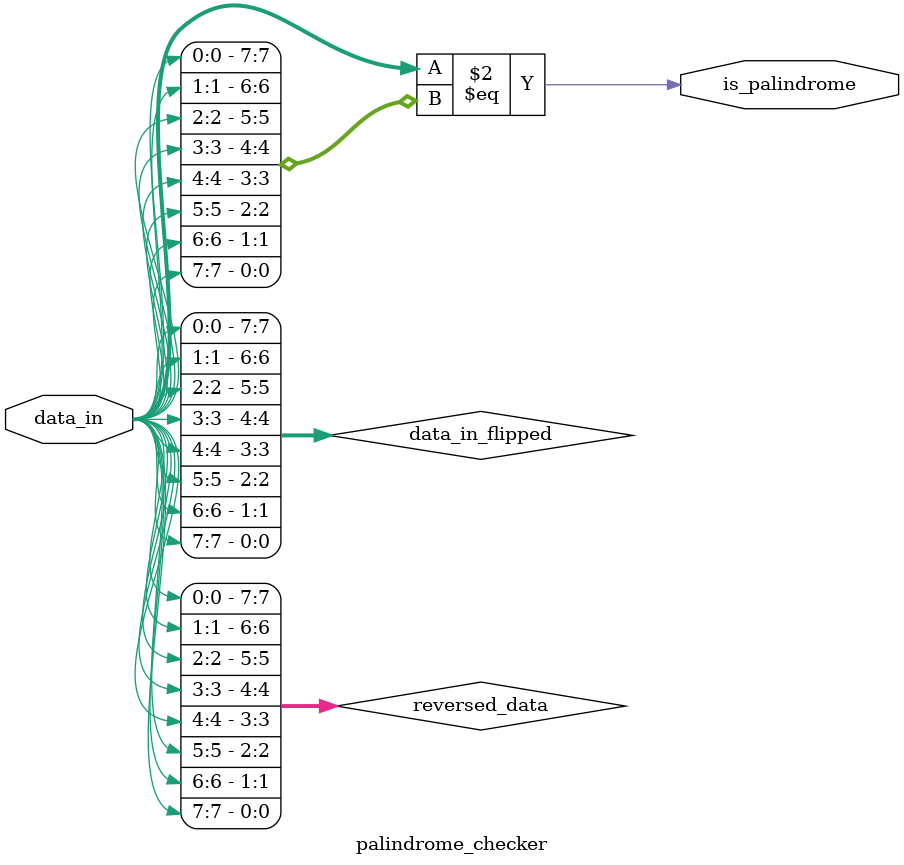
<source format=v>
module palindrome_checker (
  input wire [7:0] data_in,
  output wire is_palindrome
);

  reg [7:0] reversed_data;
  wire [7:0] data_in_flipped;

  assign data_in_flipped = {data_in[0], data_in[1], data_in[2], data_in[3], data_in[4], data_in[5], data_in[6], data_in[7]};
  
  always @(*) begin
    reversed_data = {data_in_flipped[7], data_in_flipped[6], data_in_flipped[5], data_in_flipped[4], data_in_flipped[3], data_in_flipped[2], data_in_flipped[1], data_in_flipped[0]};
  end

  assign is_palindrome = (data_in == reversed_data);

endmodule

</source>
